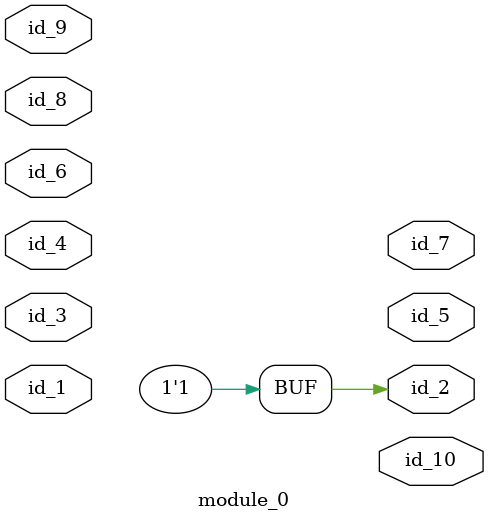
<source format=v>
module module_0 (
    id_1,
    id_2,
    id_3,
    id_4,
    id_5,
    id_6,
    id_7,
    id_8,
    id_9,
    id_10
);
  output wire id_10;
  inout wire id_9;
  inout wire id_8;
  output wire id_7;
  inout wire id_6;
  output wire id_5;
  inout wire id_4;
  input wire id_3;
  output wire id_2;
  input wire id_1;
  assign id_2 = 1;
  wire id_11;
  assign id_9 = id_9;
  wire id_12;
  wire id_13;
endmodule
module module_1;
  assign id_1 = id_1;
  module_0 modCall_1 (
      id_1,
      id_1,
      id_1,
      id_1,
      id_1,
      id_1,
      id_1,
      id_1,
      id_1,
      id_1
  );
  wire id_2;
endmodule

</source>
